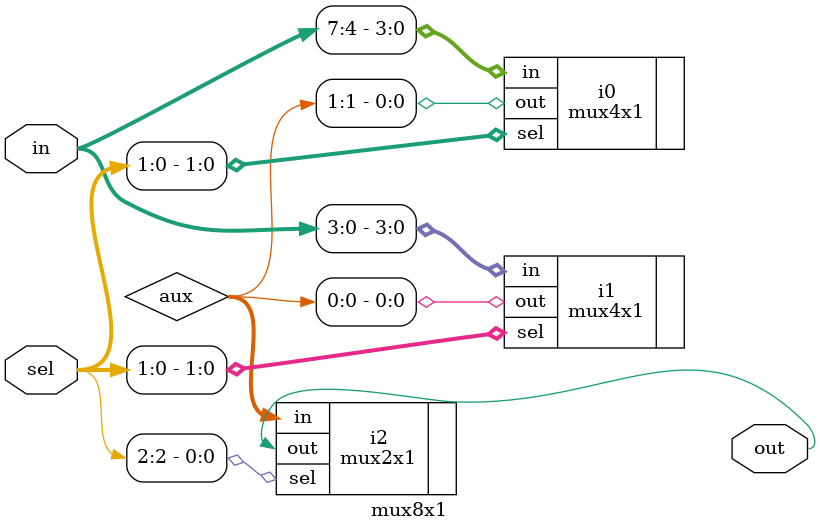
<source format=v>
module mux8x1 (
    input [7:0] in,
    input [2:0] sel,
    output out
);
    wire [1:0] aux;

    mux4x1 i0 (.in(in[7:4]), .sel(sel[1:0]), .out(aux[1]));
    mux4x1 i1 (.in(in[3:0]), .sel(sel[1:0]), .out(aux[0]));

    mux2x1 i2 (.in(aux), .sel(sel[2]), .out(out));
endmodule
</source>
